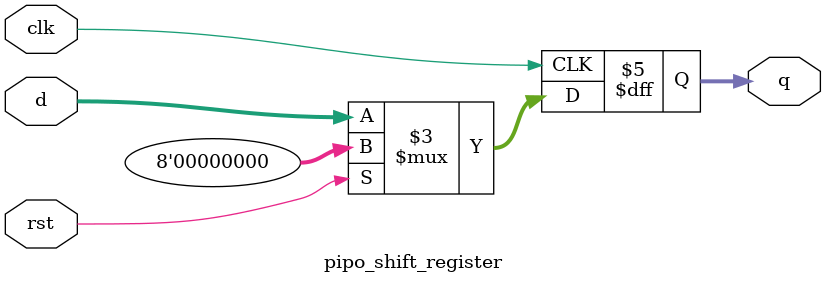
<source format=v>
`timescale 1ns / 1ps


module pipo_shift_register(output reg [7:0]q,input [7:0]d,input clk,rst);
always @(posedge clk)
begin
if(rst)
  q<=8'b0;
else
  q<=d; 
end

endmodule

</source>
